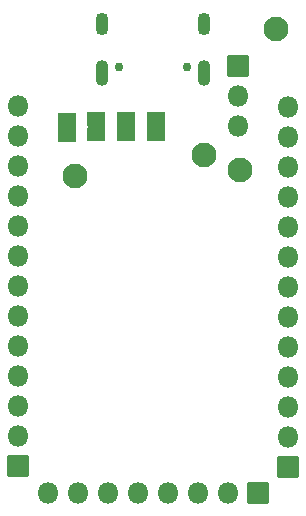
<source format=gbr>
%TF.GenerationSoftware,KiCad,Pcbnew,9.0.0*%
%TF.CreationDate,2025-03-26T16:15:19-03:00*%
%TF.ProjectId,IOExtender,494f4578-7465-46e6-9465-722e6b696361,1.1*%
%TF.SameCoordinates,Original*%
%TF.FileFunction,Soldermask,Bot*%
%TF.FilePolarity,Negative*%
%FSLAX46Y46*%
G04 Gerber Fmt 4.6, Leading zero omitted, Abs format (unit mm)*
G04 Created by KiCad (PCBNEW 9.0.0) date 2025-03-26 16:15:19*
%MOMM*%
%LPD*%
G01*
G04 APERTURE LIST*
G04 Aperture macros list*
%AMRoundRect*
0 Rectangle with rounded corners*
0 $1 Rounding radius*
0 $2 $3 $4 $5 $6 $7 $8 $9 X,Y pos of 4 corners*
0 Add a 4 corners polygon primitive as box body*
4,1,4,$2,$3,$4,$5,$6,$7,$8,$9,$2,$3,0*
0 Add four circle primitives for the rounded corners*
1,1,$1+$1,$2,$3*
1,1,$1+$1,$4,$5*
1,1,$1+$1,$6,$7*
1,1,$1+$1,$8,$9*
0 Add four rect primitives between the rounded corners*
20,1,$1+$1,$2,$3,$4,$5,0*
20,1,$1+$1,$4,$5,$6,$7,0*
20,1,$1+$1,$6,$7,$8,$9,0*
20,1,$1+$1,$8,$9,$2,$3,0*%
%AMFreePoly0*
4,1,16,0.535355,0.785355,0.541603,0.777735,1.041603,0.027735,1.049029,-0.009806,1.041603,-0.027735,0.541603,-0.777735,0.509806,-0.799029,0.500000,-0.800000,-0.500000,-0.800000,-0.535355,-0.785355,-0.550000,-0.750000,-0.550000,0.750000,-0.535355,0.785355,-0.500000,0.800000,0.500000,0.800000,0.535355,0.785355,0.535355,0.785355,$1*%
%AMFreePoly1*
4,1,16,0.535355,0.785355,0.550000,0.750000,0.550000,-0.750000,0.535355,-0.785355,0.500000,-0.800000,-0.650000,-0.800000,-0.685355,-0.785355,-0.700000,-0.750000,-0.691603,-0.722265,-0.210093,0.000000,-0.691603,0.722265,-0.699029,0.759806,-0.677735,0.791603,-0.650000,0.800000,0.500000,0.800000,0.535355,0.785355,0.535355,0.785355,$1*%
G04 Aperture macros list end*
%ADD10C,2.100000*%
%ADD11C,0.750000*%
%ADD12O,1.100000X2.200000*%
%ADD13O,1.100000X1.900000*%
%ADD14RoundRect,0.050000X-0.850000X0.850000X-0.850000X-0.850000X0.850000X-0.850000X0.850000X0.850000X0*%
%ADD15O,1.800000X1.800000*%
%ADD16RoundRect,0.050000X-0.850000X-0.850000X0.850000X-0.850000X0.850000X0.850000X-0.850000X0.850000X0*%
%ADD17FreePoly0,90.000000*%
%ADD18FreePoly1,90.000000*%
G04 APERTURE END LIST*
%TO.C,J6*%
G36*
X122274800Y-93480800D02*
G01*
X120774800Y-93480800D01*
X120774800Y-91030800D01*
X122274800Y-91030800D01*
X122274800Y-93480800D01*
G37*
%TO.C,J7*%
G36*
X124789400Y-93480800D02*
G01*
X123289400Y-93480800D01*
X123289400Y-91030800D01*
X124789400Y-91030800D01*
X124789400Y-93480800D01*
G37*
%TO.C,J3*%
G36*
X119760200Y-93506200D02*
G01*
X118260200Y-93506200D01*
X118260200Y-91056200D01*
X119760200Y-91056200D01*
X119760200Y-93506200D01*
G37*
%TO.C,J8*%
G36*
X127304000Y-93480800D02*
G01*
X125804000Y-93480800D01*
X125804000Y-91030800D01*
X127304000Y-91030800D01*
X127304000Y-93480800D01*
G37*
%TD*%
D10*
%TO.C,TP4*%
X119696000Y-96396000D03*
%TD*%
%TO.C,TP3*%
X136714000Y-83950000D03*
%TD*%
%TO.C,TP2*%
X133666000Y-95888000D03*
%TD*%
%TO.C,TP1*%
X130618000Y-94618000D03*
%TD*%
D11*
%TO.C,C5*%
X129190000Y-87205000D03*
X123410000Y-87205000D03*
D12*
X130620000Y-87705000D03*
D13*
X130620000Y-83525000D03*
D12*
X121980000Y-87705000D03*
D13*
X121980000Y-83525000D03*
%TD*%
D14*
%TO.C,J9*%
X135175000Y-123263000D03*
D15*
X132635000Y-123263000D03*
X130095000Y-123263000D03*
X127555000Y-123263000D03*
X125015000Y-123263000D03*
X122475000Y-123263000D03*
X119935000Y-123263000D03*
X117395000Y-123263000D03*
%TD*%
D16*
%TO.C,J1*%
X133488200Y-87075000D03*
D15*
X133488200Y-89615000D03*
X133488200Y-92155000D03*
%TD*%
D16*
%TO.C,J2*%
X137730000Y-121034000D03*
D15*
X137730000Y-118494000D03*
X137730000Y-115954000D03*
X137730000Y-113414000D03*
X137730000Y-110874000D03*
X137730000Y-108334000D03*
X137730000Y-105794000D03*
X137730000Y-103254000D03*
X137730000Y-100714000D03*
X137730000Y-98174000D03*
X137730000Y-95634000D03*
X137730000Y-93094000D03*
X137730000Y-90554000D03*
%TD*%
D17*
%TO.C,J6*%
X121524800Y-92980800D03*
D18*
X121524800Y-91530800D03*
%TD*%
D17*
%TO.C,J7*%
X124039400Y-92980800D03*
D18*
X124039400Y-91530800D03*
%TD*%
D17*
%TO.C,J3*%
X119010200Y-93006200D03*
D18*
X119010200Y-91556200D03*
%TD*%
D17*
%TO.C,J8*%
X126554000Y-92980800D03*
D18*
X126554000Y-91530800D03*
%TD*%
D16*
%TO.C,J5*%
X114880000Y-121000000D03*
D15*
X114880000Y-118460000D03*
X114880000Y-115920000D03*
X114880000Y-113380000D03*
X114880000Y-110840000D03*
X114880000Y-108300000D03*
X114880000Y-105760000D03*
X114880000Y-103220000D03*
X114880000Y-100680000D03*
X114880000Y-98140000D03*
X114880000Y-95600000D03*
X114880000Y-93060000D03*
X114880000Y-90520000D03*
%TD*%
M02*

</source>
